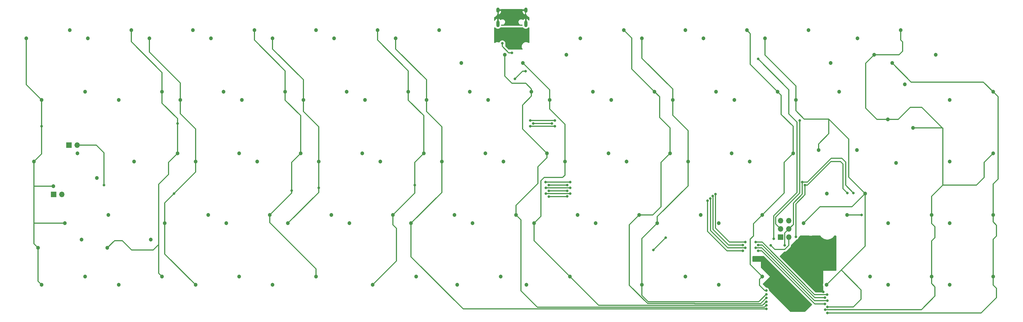
<source format=gbr>
%TF.GenerationSoftware,KiCad,Pcbnew,(5.99.0-11177-g6c67dfa032)*%
%TF.CreationDate,2021-09-16T00:40:46+03:00*%
%TF.ProjectId,Charon_32U4_Hotswap,43686172-6f6e-45f3-9332-55345f486f74,rev?*%
%TF.SameCoordinates,Original*%
%TF.FileFunction,Copper,L1,Top*%
%TF.FilePolarity,Positive*%
%FSLAX46Y46*%
G04 Gerber Fmt 4.6, Leading zero omitted, Abs format (unit mm)*
G04 Created by KiCad (PCBNEW (5.99.0-11177-g6c67dfa032)) date 2021-09-16 00:40:46*
%MOMM*%
%LPD*%
G01*
G04 APERTURE LIST*
%TA.AperFunction,ComponentPad*%
%ADD10C,1.200000*%
%TD*%
%TA.AperFunction,ComponentPad*%
%ADD11O,1.000000X2.100000*%
%TD*%
%TA.AperFunction,ComponentPad*%
%ADD12O,1.000000X1.600000*%
%TD*%
%TA.AperFunction,ComponentPad*%
%ADD13R,1.700000X1.700000*%
%TD*%
%TA.AperFunction,ComponentPad*%
%ADD14O,1.700000X1.700000*%
%TD*%
%TA.AperFunction,ViaPad*%
%ADD15C,0.800000*%
%TD*%
%TA.AperFunction,Conductor*%
%ADD16C,0.350000*%
%TD*%
%TA.AperFunction,Conductor*%
%ADD17C,0.300000*%
%TD*%
G04 APERTURE END LIST*
D10*
%TO.P,K70,1,1*%
%TO.N,Net-(K70-Pad1)*%
X337921250Y-132000625D03*
%TO.P,K70,2,2*%
%TO.N,/col14*%
X351371250Y-129460625D03*
%TD*%
D11*
%TO.P,J1,S1,SHIELD*%
%TO.N,Net-(FB1-Pad1)*%
X198086250Y-51270000D03*
D12*
X198086250Y-47090000D03*
D11*
X206726250Y-51270000D03*
D12*
X206726250Y-47090000D03*
%TD*%
D10*
%TO.P,K57,1,1*%
%TO.N,/col12*%
X292677500Y-112950625D03*
%TO.P,K57,2,2*%
%TO.N,Net-(K57-Pad2)*%
X306127500Y-110410625D03*
%TD*%
%TO.P,K58,1,1*%
%TO.N,Net-(K58-Pad1)*%
X318871250Y-112950625D03*
%TO.P,K58,2,2*%
%TO.N,/col13*%
X332321250Y-110410625D03*
%TD*%
%TO.P,K31,1,1*%
%TO.N,Net-(K31-Pad1)*%
X74035000Y-98980625D03*
%TO.P,K31,2,2*%
%TO.N,/col0*%
X60585000Y-101520625D03*
%TD*%
%TO.P,K43a1,1,1*%
%TO.N,Net-(K43-Pad2)*%
X299878750Y-103800625D03*
%TO.P,K43a1,2,2*%
%TO.N,/col12*%
X297338750Y-90350625D03*
%TD*%
%TO.P,K7,1,1*%
%TO.N,/col6*%
X166471250Y-55800625D03*
%TO.P,K7,2,2*%
%TO.N,Net-(K7-Pad2)*%
X179921250Y-53260625D03*
%TD*%
%TO.P,K49,1,1*%
%TO.N,/col4*%
X133133750Y-112950625D03*
%TO.P,K49,2,2*%
%TO.N,Net-(K49-Pad2)*%
X146583750Y-110410625D03*
%TD*%
%TO.P,K64a1,1,1*%
%TO.N,/col5*%
X185521250Y-132000625D03*
%TO.P,K64a1,2,2*%
%TO.N,Net-(K64-Pad2)*%
X198971250Y-129460625D03*
%TD*%
%TO.P,K34,1,1*%
%TO.N,Net-(K34-Pad1)*%
X123608750Y-93900625D03*
%TO.P,K34,2,2*%
%TO.N,/col3*%
X137058750Y-91360625D03*
%TD*%
%TO.P,K9,1,1*%
%TO.N,Net-(K9-Pad1)*%
X219291250Y-60880625D03*
%TO.P,K9,2,2*%
%TO.N,/col8*%
X205841250Y-63420625D03*
%TD*%
%TO.P,K33,1,1*%
%TO.N,/col2*%
X104558750Y-93900625D03*
%TO.P,K33,2,2*%
%TO.N,Net-(K33-Pad2)*%
X118008750Y-91360625D03*
%TD*%
%TO.P,K56,1,1*%
%TO.N,Net-(K56-Pad1)*%
X266483750Y-112950625D03*
%TO.P,K56,2,2*%
%TO.N,/col11*%
X279933750Y-110410625D03*
%TD*%
%TO.P,K54,1,1*%
%TO.N,Net-(K54-Pad1)*%
X228383750Y-112950625D03*
%TO.P,K54,2,2*%
%TO.N,/col9*%
X241833750Y-110410625D03*
%TD*%
%TO.P,K8,1,1*%
%TO.N,/col7*%
X200241250Y-60880625D03*
%TO.P,K8,2,2*%
%TO.N,Net-(K8-Pad2)*%
X186791250Y-63420625D03*
%TD*%
%TO.P,K24,1,1*%
%TO.N,/col8*%
X214096250Y-74850625D03*
%TO.P,K24,2,2*%
%TO.N,Net-(K24-Pad2)*%
X227546250Y-72310625D03*
%TD*%
%TO.P,K40,1,1*%
%TO.N,Net-(K40-Pad1)*%
X237908750Y-93900625D03*
%TO.P,K40,2,2*%
%TO.N,/col9*%
X251358750Y-91360625D03*
%TD*%
%TO.P,K11,1,1*%
%TO.N,/col10*%
X242671250Y-55800625D03*
%TO.P,K11,2,2*%
%TO.N,Net-(K11-Pad2)*%
X256121250Y-53260625D03*
%TD*%
%TO.P,K15,1,1*%
%TO.N,Net-(K15-Pad1)*%
X333591250Y-60880625D03*
%TO.P,K15,2,2*%
%TO.N,/col14*%
X320141250Y-63420625D03*
%TD*%
%TO.P,K52,1,1*%
%TO.N,Net-(K52-Pad1)*%
X190283750Y-112950625D03*
%TO.P,K52,2,2*%
%TO.N,/col7*%
X203733750Y-110410625D03*
%TD*%
%TO.P,K53,1,1*%
%TO.N,/col8*%
X209333750Y-112950625D03*
%TO.P,K53,2,2*%
%TO.N,Net-(K53-Pad2)*%
X222783750Y-110410625D03*
%TD*%
%TO.P,K10,1,1*%
%TO.N,Net-(K10-Pad1)*%
X223621250Y-55800625D03*
%TO.P,K10,2,2*%
%TO.N,/col9*%
X237071250Y-53260625D03*
%TD*%
%TO.P,K63,1,1*%
%TO.N,Net-(K63-Pad1)*%
X128371250Y-132000625D03*
%TO.P,K63,2,2*%
%TO.N,/col3*%
X141821250Y-129460625D03*
%TD*%
%TO.P,K27,1,1*%
%TO.N,Net-(K27-Pad1)*%
X271246250Y-74850625D03*
%TO.P,K27,2,2*%
%TO.N,/col11*%
X284696250Y-72310625D03*
%TD*%
%TO.P,K51,1,1*%
%TO.N,/col6*%
X171233750Y-112950625D03*
%TO.P,K51,2,2*%
%TO.N,Net-(K51-Pad2)*%
X184683750Y-110410625D03*
%TD*%
%TO.P,K5,1,1*%
%TO.N,/col4*%
X128371250Y-55800625D03*
%TO.P,K5,2,2*%
%TO.N,Net-(K5-Pad2)*%
X141821250Y-53260625D03*
%TD*%
%TO.P,K50,1,1*%
%TO.N,Net-(K50-Pad1)*%
X152183750Y-112950625D03*
%TO.P,K50,2,2*%
%TO.N,/col5*%
X165633750Y-110410625D03*
%TD*%
%TO.P,K41,1,1*%
%TO.N,/col10*%
X256958750Y-93900625D03*
%TO.P,K41,2,2*%
%TO.N,Net-(K41-Pad2)*%
X270408750Y-91360625D03*
%TD*%
%TO.P,K17,1,1*%
%TO.N,Net-(K17-Pad1)*%
X80746250Y-74850625D03*
%TO.P,K17,2,2*%
%TO.N,/col1*%
X94196250Y-72310625D03*
%TD*%
%TO.P,K38,1,1*%
%TO.N,Net-(K38-Pad1)*%
X199808750Y-93900625D03*
%TO.P,K38,2,2*%
%TO.N,/col7*%
X213258750Y-91360625D03*
%TD*%
%TO.P,K64,1,1*%
%TO.N,/col5*%
X159327500Y-132000625D03*
%TO.P,K64,2,2*%
%TO.N,Net-(K64-Pad2)*%
X172777500Y-129460625D03*
%TD*%
%TO.P,K19,1,1*%
%TO.N,Net-(K19-Pad1)*%
X118846250Y-74850625D03*
%TO.P,K19,2,2*%
%TO.N,/col3*%
X132296250Y-72310625D03*
%TD*%
%TO.P,K29a1,1,1*%
%TO.N,Net-(K29-Pad1)*%
X321310000Y-94275625D03*
%TO.P,K29a1,2,2*%
%TO.N,/col13*%
X318770000Y-80825625D03*
%TD*%
%TO.P,K3,1,1*%
%TO.N,/col2*%
X90271250Y-55800625D03*
%TO.P,K3,2,2*%
%TO.N,Net-(K3-Pad2)*%
X103721250Y-53260625D03*
%TD*%
%TO.P,K29,1,1*%
%TO.N,Net-(K29-Pad1)*%
X324008750Y-70030625D03*
%TO.P,K29,2,2*%
%TO.N,/col13*%
X326548750Y-83480625D03*
%TD*%
%TO.P,K4,1,1*%
%TO.N,Net-(K4-Pad1)*%
X109321250Y-55800625D03*
%TO.P,K4,2,2*%
%TO.N,/col3*%
X122771250Y-53260625D03*
%TD*%
%TO.P,K37,1,1*%
%TO.N,/col6*%
X180758750Y-93900625D03*
%TO.P,K37,2,2*%
%TO.N,Net-(K37-Pad2)*%
X194208750Y-91360625D03*
%TD*%
D13*
%TO.P,ISP1,1,Pin_1*%
%TO.N,/MISO*%
X285591250Y-117268625D03*
D14*
%TO.P,ISP1,2,Pin_2*%
%TO.N,+5V*%
X288131250Y-117268625D03*
%TO.P,ISP1,3,Pin_3*%
%TO.N,/SCL*%
X285591250Y-114728625D03*
%TO.P,ISP1,4,Pin_4*%
%TO.N,/MOSI*%
X288131250Y-114728625D03*
%TO.P,ISP1,5,Pin_5*%
%TO.N,/RES*%
X285591250Y-112188625D03*
%TO.P,ISP1,6,Pin_6*%
%TO.N,Earth*%
X288131250Y-112188625D03*
%TD*%
D10*
%TO.P,K23,1,1*%
%TO.N,Net-(K23-Pad1)*%
X195046250Y-74850625D03*
%TO.P,K23,2,2*%
%TO.N,/col7*%
X208496250Y-72310625D03*
%TD*%
%TO.P,K32,1,1*%
%TO.N,Net-(K32-Pad1)*%
X85508750Y-93900625D03*
%TO.P,K32,2,2*%
%TO.N,/col1*%
X98958750Y-91360625D03*
%TD*%
%TO.P,K26,1,1*%
%TO.N,/col10*%
X252196250Y-74850625D03*
%TO.P,K26,2,2*%
%TO.N,Net-(K26-Pad2)*%
X265646250Y-72310625D03*
%TD*%
%TO.P,K18,1,1*%
%TO.N,/col2*%
X99796250Y-74850625D03*
%TO.P,K18,2,2*%
%TO.N,Net-(K18-Pad2)*%
X113246250Y-72310625D03*
%TD*%
%TO.P,K22,1,1*%
%TO.N,/col6*%
X175996250Y-74850625D03*
%TO.P,K22,2,2*%
%TO.N,Net-(K22-Pad2)*%
X189446250Y-72310625D03*
%TD*%
%TO.P,K6,1,1*%
%TO.N,Net-(K6-Pad1)*%
X147421250Y-55800625D03*
%TO.P,K6,2,2*%
%TO.N,/col5*%
X160871250Y-53260625D03*
%TD*%
%TO.P,K42,1,1*%
%TO.N,Net-(K42-Pad1)*%
X276008750Y-93900625D03*
%TO.P,K42,2,2*%
%TO.N,/col11*%
X289458750Y-91360625D03*
%TD*%
%TO.P,K65,1,1*%
%TO.N,Net-(K65-Pad1)*%
X206952500Y-132000625D03*
%TO.P,K65,2,2*%
%TO.N,/col8*%
X220402500Y-129460625D03*
%TD*%
D13*
%TO.P,LED1,1,K*%
%TO.N,Earth*%
X60637500Y-104060625D03*
D14*
%TO.P,LED1,2,A*%
%TO.N,Net-(LED1-Pad2)*%
X63177500Y-104060625D03*
%TD*%
D10*
%TO.P,K30,1,1*%
%TO.N,Net-(K30-Pad1)*%
X337921250Y-74850625D03*
%TO.P,K30,2,2*%
%TO.N,/col14*%
X351371250Y-72310625D03*
%TD*%
%TO.P,K12,1,1*%
%TO.N,Net-(K12-Pad1)*%
X261721250Y-55800625D03*
%TO.P,K12,2,2*%
%TO.N,/col11*%
X275171250Y-53260625D03*
%TD*%
%TO.P,K20,1,1*%
%TO.N,/col4*%
X137896250Y-74850625D03*
%TO.P,K20,2,2*%
%TO.N,Net-(K20-Pad2)*%
X151346250Y-72310625D03*
%TD*%
%TO.P,K48,1,1*%
%TO.N,Net-(K48-Pad1)*%
X114083750Y-112950625D03*
%TO.P,K48,2,2*%
%TO.N,/col3*%
X127533750Y-110410625D03*
%TD*%
%TO.P,K69,1,1*%
%TO.N,Net-(K69-Pad1)*%
X318871250Y-132000625D03*
%TO.P,K69,2,2*%
%TO.N,/col13*%
X332321250Y-129460625D03*
%TD*%
%TO.P,K45,1,1*%
%TO.N,Net-(K45-Pad1)*%
X69272500Y-118030625D03*
%TO.P,K45,2,2*%
%TO.N,/col0*%
X55822500Y-120570625D03*
%TD*%
%TO.P,K13,1,1*%
%TO.N,/col12*%
X280771250Y-55800625D03*
%TO.P,K13,2,2*%
%TO.N,Net-(K13-Pad2)*%
X294221250Y-53260625D03*
%TD*%
%TO.P,K61,1,1*%
%TO.N,Net-(K61-Pad1)*%
X80746250Y-132000625D03*
%TO.P,K61,2,2*%
%TO.N,/col1*%
X94196250Y-129460625D03*
%TD*%
%TO.P,K43,1,1*%
%TO.N,/col12*%
X311785000Y-103800625D03*
%TO.P,K43,2,2*%
%TO.N,Net-(K43-Pad2)*%
X309245000Y-90350625D03*
%TD*%
%TO.P,K47,1,1*%
%TO.N,/col2*%
X95033750Y-112950625D03*
%TO.P,K47,2,2*%
%TO.N,Net-(K47-Pad2)*%
X108483750Y-110410625D03*
%TD*%
%TO.P,K28,1,1*%
%TO.N,/col12*%
X290296250Y-74850625D03*
%TO.P,K28,2,2*%
%TO.N,Net-(K28-Pad2)*%
X303746250Y-72310625D03*
%TD*%
%TO.P,K36,1,1*%
%TO.N,Net-(K36-Pad1)*%
X161708750Y-93900625D03*
%TO.P,K36,2,2*%
%TO.N,/col5*%
X175158750Y-91360625D03*
%TD*%
%TO.P,K39,1,1*%
%TO.N,/col8*%
X218858750Y-93900625D03*
%TO.P,K39,2,2*%
%TO.N,Net-(K39-Pad2)*%
X232308750Y-91360625D03*
%TD*%
%TO.P,K62,1,1*%
%TO.N,/col2*%
X104558750Y-132000625D03*
%TO.P,K62,2,2*%
%TO.N,Net-(K62-Pad2)*%
X118008750Y-129460625D03*
%TD*%
%TO.P,K59,1,1*%
%TO.N,Net-(K59-Pad1)*%
X337921250Y-112950625D03*
%TO.P,K59,2,2*%
%TO.N,/col14*%
X351371250Y-110410625D03*
%TD*%
%TO.P,K60,1,1*%
%TO.N,/col0*%
X56933750Y-132000625D03*
%TO.P,K60,2,2*%
%TO.N,Net-(K60-Pad2)*%
X70383750Y-129460625D03*
%TD*%
%TO.P,K67,1,1*%
%TO.N,Net-(K67-Pad1)*%
X266483750Y-132000625D03*
%TO.P,K67,2,2*%
%TO.N,/col11*%
X279933750Y-129460625D03*
%TD*%
%TO.P,K44,1,1*%
%TO.N,Net-(K44-Pad1)*%
X337921250Y-93900625D03*
%TO.P,K44,2,2*%
%TO.N,/col13*%
X351371250Y-91360625D03*
%TD*%
%TO.P,K1,1,1*%
%TO.N,/col0*%
X52171250Y-55800625D03*
%TO.P,K1,2,2*%
%TO.N,Net-(K1-Pad2)*%
X65621250Y-53260625D03*
%TD*%
%TO.P,K46,1,1*%
%TO.N,Net-(K46-Pad1)*%
X90703750Y-118030625D03*
%TO.P,K46,2,2*%
%TO.N,/col1*%
X77253750Y-120570625D03*
%TD*%
%TO.P,K55,1,1*%
%TO.N,/col10*%
X247433750Y-112950625D03*
%TO.P,K55,2,2*%
%TO.N,Net-(K55-Pad2)*%
X260883750Y-110410625D03*
%TD*%
%TO.P,K21,1,1*%
%TO.N,Net-(K21-Pad1)*%
X156946250Y-74850625D03*
%TO.P,K21,2,2*%
%TO.N,/col5*%
X170396250Y-72310625D03*
%TD*%
%TO.P,K68,1,1*%
%TO.N,/col12*%
X299821250Y-132000625D03*
%TO.P,K68,2,2*%
%TO.N,Net-(K68-Pad2)*%
X313271250Y-129460625D03*
%TD*%
%TO.P,K66,1,1*%
%TO.N,/col10*%
X242671250Y-132000625D03*
%TO.P,K66,2,2*%
%TO.N,Net-(K66-Pad2)*%
X256121250Y-129460625D03*
%TD*%
%TO.P,K16,1,1*%
%TO.N,/col0*%
X56933750Y-74850625D03*
%TO.P,K16,2,2*%
%TO.N,Net-(K16-Pad2)*%
X70383750Y-72310625D03*
%TD*%
D13*
%TO.P,LED1a1,1,K*%
%TO.N,Earth*%
X65400000Y-88820625D03*
D14*
%TO.P,LED1a1,2,A*%
%TO.N,Net-(LED1-Pad2)*%
X67940000Y-88820625D03*
%TD*%
D10*
%TO.P,K2,1,1*%
%TO.N,Net-(K2-Pad1)*%
X71221250Y-55800625D03*
%TO.P,K2,2,2*%
%TO.N,/col1*%
X84671250Y-53260625D03*
%TD*%
%TO.P,K45a1,1,1*%
%TO.N,/col0*%
X64077500Y-112950625D03*
%TO.P,K45a1,2,2*%
%TO.N,Net-(K45-Pad1)*%
X77527500Y-110410625D03*
%TD*%
%TO.P,K35,1,1*%
%TO.N,/col4*%
X142658750Y-93900625D03*
%TO.P,K35,2,2*%
%TO.N,Net-(K35-Pad2)*%
X156108750Y-91360625D03*
%TD*%
%TO.P,K31a1,1,1*%
%TO.N,/col0*%
X54552500Y-93900625D03*
%TO.P,K31a1,2,2*%
%TO.N,Net-(K31-Pad1)*%
X68002500Y-91360625D03*
%TD*%
%TO.P,K14,1,1*%
%TO.N,/col13*%
X314541250Y-60880625D03*
%TO.P,K14,2,2*%
%TO.N,Net-(K14-Pad2)*%
X301091250Y-63420625D03*
%TD*%
%TO.P,K14a1,1,1*%
%TO.N,Net-(K14-Pad2)*%
X309346250Y-55800625D03*
%TO.P,K14a1,2,2*%
%TO.N,/col13*%
X322796250Y-53260625D03*
%TD*%
%TO.P,K25,1,1*%
%TO.N,Net-(K25-Pad1)*%
X233146250Y-74850625D03*
%TO.P,K25,2,2*%
%TO.N,/col9*%
X246596250Y-72310625D03*
%TD*%
D15*
%TO.N,+5V*%
X282543250Y-119827375D03*
X202406250Y-60245625D03*
X199483900Y-57324625D03*
%TO.N,Earth*%
X296386250Y-120697625D03*
X290417250Y-136318625D03*
X301593250Y-119935625D03*
X290417250Y-123110625D03*
X285845250Y-129460625D03*
X219569972Y-104676903D03*
X197510400Y-55219600D03*
X296513250Y-123999625D03*
X278733250Y-123872625D03*
X298206250Y-128315625D03*
X292449250Y-124692771D03*
X289147250Y-132762625D03*
X301593250Y-121459625D03*
X282289250Y-128444625D03*
X289655250Y-126412625D03*
X290417250Y-119554625D03*
X301593250Y-118284625D03*
X205656250Y-55219600D03*
X213836250Y-104695625D03*
X301593250Y-122983625D03*
X298799250Y-134159625D03*
X292703250Y-129460625D03*
X301593250Y-124634625D03*
X282162250Y-132508625D03*
X201481750Y-58816875D03*
X296386250Y-118919625D03*
X280638250Y-127301625D03*
%TO.N,/MISO*%
X250031250Y-117395625D03*
X306228750Y-103584375D03*
X290290250Y-117141625D03*
X293109650Y-101203125D03*
X246221250Y-121205625D03*
%TO.N,/SCL*%
X208121250Y-81200625D03*
X291484050Y-81200625D03*
X215741250Y-81200625D03*
%TO.N,/MOSI*%
X212883750Y-100250625D03*
X220503750Y-100250625D03*
X286861250Y-119808625D03*
X292296850Y-100250625D03*
X308133750Y-103584375D03*
%TO.N,/col0*%
X56933750Y-82971925D03*
X208121250Y-82978625D03*
X215741250Y-82978625D03*
%TO.N,/col1*%
X214788750Y-82089625D03*
X98952050Y-82089625D03*
X209073750Y-82089625D03*
%TO.N,/col2*%
X273907250Y-121459625D03*
X220440250Y-103806625D03*
X262985250Y-105965625D03*
X97885250Y-103806625D03*
X299299504Y-137874375D03*
X278606250Y-121459625D03*
X212947250Y-103806625D03*
%TO.N,/col3*%
X134302500Y-102898575D03*
X274669250Y-120570625D03*
X219551250Y-102917625D03*
X263861750Y-105330625D03*
X213836250Y-102917625D03*
X277844250Y-120570625D03*
X300037500Y-136921875D03*
%TO.N,/col4*%
X220440250Y-102028625D03*
X273907250Y-119681625D03*
X264623750Y-104568625D03*
X142640050Y-102028625D03*
X278606250Y-119681625D03*
X212947250Y-102028625D03*
X299300802Y-135969375D03*
%TO.N,/col5*%
X299942250Y-135016875D03*
X274669250Y-118792625D03*
X213836250Y-101139625D03*
X172408850Y-101139625D03*
X265398250Y-103933625D03*
X277844250Y-118792625D03*
X219551250Y-101139625D03*
%TO.N,/col6*%
X281146250Y-139468225D03*
%TO.N,/col7*%
X281146250Y-138350625D03*
%TO.N,/col8*%
X281146250Y-137207625D03*
%TO.N,/col9*%
X281146250Y-136064625D03*
%TO.N,/col10*%
X281146250Y-134921625D03*
%TO.N,/col11*%
X281146250Y-133778625D03*
%TO.N,/col12*%
X300037500Y-138826875D03*
%TO.N,/col13*%
X299402818Y-139672707D03*
%TO.N,/col14*%
X300037500Y-140731875D03*
%TO.N,/row0*%
X203358750Y-68341875D03*
X278606250Y-62150625D03*
X206692500Y-65960625D03*
X283432250Y-117776625D03*
%TO.N,Net-(LED1-Pad2)*%
X76200000Y-101203125D03*
%TO.N,Net-(K57-Pad2)*%
X310673750Y-110410625D03*
%TD*%
D16*
%TO.N,+5V*%
X282543250Y-119827375D02*
X283794500Y-121078625D01*
X288131250Y-119808625D02*
X288131250Y-117268625D01*
X201453750Y-60245625D02*
X202406250Y-60245625D01*
X286861250Y-121078625D02*
X288131250Y-119808625D01*
X199483900Y-58275775D02*
X201453750Y-60245625D01*
X283794500Y-121078625D02*
X286861250Y-121078625D01*
X199483900Y-57324625D02*
X199483900Y-58275775D01*
%TO.N,Earth*%
X298799250Y-134159625D02*
X298206250Y-133566625D01*
X219569972Y-104676903D02*
X219551250Y-104695625D01*
X205079025Y-55219600D02*
X205656250Y-55219600D01*
X219551250Y-104695625D02*
X213836250Y-104695625D01*
X201481750Y-58816875D02*
X205079025Y-55219600D01*
X298206250Y-133566625D02*
X298206250Y-128315625D01*
X197510400Y-55219600D02*
X205656250Y-55219600D01*
D17*
%TO.N,/MISO*%
X293109650Y-104162225D02*
X290290250Y-106981625D01*
X304141730Y-93900625D02*
X304898271Y-94657166D01*
X301148750Y-93900625D02*
X304141730Y-93900625D01*
X293846250Y-101203125D02*
X301148750Y-93900625D01*
X304898271Y-102253896D02*
X306228750Y-103584375D01*
X304898271Y-94657166D02*
X304898271Y-102253896D01*
X290290250Y-106981625D02*
X290290250Y-117141625D01*
D16*
X250031250Y-117395625D02*
X246221250Y-121205625D01*
D17*
X293109650Y-101203125D02*
X293109650Y-104162225D01*
X293109650Y-101203125D02*
X293846250Y-101203125D01*
%TO.N,/SCL*%
X284067250Y-111045625D02*
X284067250Y-113204625D01*
X291484050Y-81200625D02*
X291484050Y-103628825D01*
X284067250Y-113204625D02*
X285591250Y-114728625D01*
X291484050Y-103628825D02*
X284067250Y-111045625D01*
D16*
X208121250Y-81200625D02*
X215741250Y-81200625D01*
D17*
%TO.N,/MOSI*%
X293846250Y-100250625D02*
X292296850Y-100250625D01*
X305752500Y-101203125D02*
X305752500Y-94059375D01*
X289528250Y-106727625D02*
X289528250Y-113331625D01*
X301212250Y-92884625D02*
X293846250Y-100250625D01*
X292296850Y-100250625D02*
X292296850Y-103959025D01*
X289528250Y-113331625D02*
X288131250Y-114728625D01*
X286861250Y-115998625D02*
X288131250Y-114728625D01*
X308133750Y-103584375D02*
X305752500Y-101203125D01*
D16*
X220503750Y-100250625D02*
X212883750Y-100250625D01*
D17*
X305752500Y-94059375D02*
X304577750Y-92884625D01*
X304577750Y-92884625D02*
X301212250Y-92884625D01*
X286861250Y-119808625D02*
X286861250Y-115998625D01*
X292296850Y-103959025D02*
X289528250Y-106727625D01*
%TO.N,/col0*%
X56933750Y-82971925D02*
X56933750Y-91519375D01*
X64077500Y-112950625D02*
X54610000Y-112950625D01*
X54552500Y-93900625D02*
X54552500Y-100510625D01*
X52171250Y-55800625D02*
X52171250Y-70088125D01*
X56933750Y-91519375D02*
X54552500Y-93900625D01*
X56933750Y-74850625D02*
X56933750Y-82971925D01*
X54552500Y-119300625D02*
X55822500Y-120570625D01*
X54552500Y-101520625D02*
X60585000Y-101520625D01*
X54610000Y-112950625D02*
X54552500Y-112893125D01*
X55822500Y-120570625D02*
X55822500Y-130889375D01*
D16*
X208121250Y-82978625D02*
X215741250Y-82978625D01*
D17*
X54552500Y-112893125D02*
X54552500Y-119300625D01*
X52171250Y-70088125D02*
X56933750Y-74850625D01*
X54552500Y-100510625D02*
X54552500Y-112893125D01*
X55822500Y-130889375D02*
X56933750Y-132000625D01*
X54552500Y-100510625D02*
X54552500Y-101520625D01*
%TO.N,/col1*%
X79476250Y-118348125D02*
X77253750Y-120570625D01*
X96202500Y-94116875D02*
X96202500Y-97869375D01*
X93136729Y-119508896D02*
X93136729Y-128401104D01*
X84671250Y-53260625D02*
X84671250Y-56810625D01*
D16*
X209073750Y-82089625D02*
X214788750Y-82089625D01*
D17*
X94196250Y-66335625D02*
X94196250Y-72310625D01*
X93136729Y-128401104D02*
X94196250Y-129460625D01*
X98958750Y-80623125D02*
X98958750Y-91360625D01*
X84743483Y-121205625D02*
X81885983Y-118348125D01*
X93136729Y-119508896D02*
X91440000Y-121205625D01*
X84671250Y-56810625D02*
X94196250Y-66335625D01*
X91440000Y-121205625D02*
X84743483Y-121205625D01*
X93136729Y-100935146D02*
X93136729Y-119508896D01*
X81885983Y-118348125D02*
X79476250Y-118348125D01*
X98958750Y-91360625D02*
X96202500Y-94116875D01*
X94196250Y-75860625D02*
X98958750Y-80623125D01*
X94196250Y-72310625D02*
X94196250Y-75860625D01*
X96202500Y-97869375D02*
X93136729Y-100935146D01*
%TO.N,/col2*%
X99796250Y-74850625D02*
X99796250Y-69554375D01*
X99796250Y-69554375D02*
X90271250Y-60029375D01*
X90271250Y-60029375D02*
X90271250Y-55800625D01*
D16*
X212947250Y-103806625D02*
X220440250Y-103806625D01*
X279749250Y-121459625D02*
X278606250Y-121459625D01*
X262985250Y-105965625D02*
X262985250Y-115490625D01*
D17*
X95033750Y-112950625D02*
X95033750Y-122475625D01*
X104558750Y-97133125D02*
X104558750Y-93900625D01*
X104558750Y-83841875D02*
X104558750Y-93900625D01*
X95033750Y-112950625D02*
X95033750Y-106658125D01*
X99796250Y-79079375D02*
X104558750Y-83841875D01*
D16*
X296164000Y-137874375D02*
X279749250Y-121459625D01*
X262985250Y-115490625D02*
X268954250Y-121459625D01*
D17*
X97885250Y-103806625D02*
X104558750Y-97133125D01*
D16*
X299299504Y-137874375D02*
X296164000Y-137874375D01*
D17*
X95033750Y-122475625D02*
X104558750Y-132000625D01*
X95033750Y-106658125D02*
X97885250Y-103806625D01*
D16*
X268954250Y-121459625D02*
X273907250Y-121459625D01*
D17*
X99796250Y-74850625D02*
X99796250Y-79079375D01*
%TO.N,/col3*%
X132296250Y-72310625D02*
X132296250Y-65859375D01*
D16*
X296100500Y-136921875D02*
X279749250Y-120570625D01*
D17*
X137058750Y-91360625D02*
X137058750Y-79670625D01*
X132296250Y-74908125D02*
X132296250Y-72310625D01*
X132296250Y-65859375D02*
X122771250Y-56334375D01*
X134302500Y-103641875D02*
X134302500Y-102898575D01*
D16*
X213836250Y-102917625D02*
X219551250Y-102917625D01*
X263874250Y-105343125D02*
X263874250Y-115236625D01*
X263861750Y-105330625D02*
X263874250Y-105343125D01*
X141821250Y-127041625D02*
X127533750Y-112754125D01*
D17*
X122771250Y-56334375D02*
X122771250Y-53260625D01*
D16*
X300037500Y-136921875D02*
X296100500Y-136921875D01*
D17*
X127533750Y-110410625D02*
X134302500Y-103641875D01*
D16*
X269208250Y-120570625D02*
X274669250Y-120570625D01*
D17*
X137058750Y-79670625D02*
X132296250Y-74908125D01*
X134302500Y-94116875D02*
X137058750Y-91360625D01*
X134302500Y-102898575D02*
X134302500Y-94116875D01*
D16*
X141821250Y-129460625D02*
X141821250Y-127041625D01*
X279749250Y-120570625D02*
X277844250Y-120570625D01*
X127533750Y-112754125D02*
X127533750Y-110410625D01*
X263874250Y-115236625D02*
X269208250Y-120570625D01*
D17*
%TO.N,/col4*%
X137896250Y-78393750D02*
X142658750Y-83156250D01*
D16*
X269462250Y-119681625D02*
X273907250Y-119681625D01*
D17*
X133133750Y-112950625D02*
X142658750Y-103425625D01*
D16*
X264636250Y-114855625D02*
X269462250Y-119681625D01*
X299300802Y-135969375D02*
X296164000Y-135969375D01*
X279876250Y-119681625D02*
X278606250Y-119681625D01*
D17*
X128371250Y-59076875D02*
X137896250Y-68601875D01*
D16*
X296164000Y-135969375D02*
X279876250Y-119681625D01*
D17*
X137896250Y-74850625D02*
X137896250Y-78393750D01*
X142658750Y-83156250D02*
X142658750Y-93900625D01*
X128371250Y-55800625D02*
X128371250Y-59076875D01*
D16*
X212947250Y-102028625D02*
X220440250Y-102028625D01*
X264636250Y-104581125D02*
X264636250Y-114855625D01*
D17*
X142658750Y-103425625D02*
X142658750Y-93900625D01*
D16*
X264623750Y-104568625D02*
X264636250Y-104581125D01*
D17*
X137896250Y-68601875D02*
X137896250Y-74850625D01*
D16*
%TO.N,/col5*%
X269716250Y-118792625D02*
X274669250Y-118792625D01*
X279876250Y-118792625D02*
X277844250Y-118792625D01*
X159327500Y-132000625D02*
X166687500Y-124640625D01*
X165633750Y-113484375D02*
X165633750Y-110410625D01*
D17*
X170396250Y-72310625D02*
X170396250Y-65859375D01*
D16*
X166687500Y-114538125D02*
X165633750Y-113484375D01*
X213836250Y-101139625D02*
X219551250Y-101139625D01*
D17*
X160871250Y-56334375D02*
X160871250Y-53260625D01*
X170396250Y-65859375D02*
X160871250Y-56334375D01*
D16*
X265398250Y-103933625D02*
X265398250Y-114474625D01*
X265398250Y-114474625D02*
X269716250Y-118792625D01*
D17*
X175158750Y-91360625D02*
X175158750Y-79670625D01*
X172402500Y-94116875D02*
X175158750Y-91360625D01*
X175158750Y-79670625D02*
X170396250Y-74908125D01*
D16*
X166687500Y-124640625D02*
X166687500Y-114538125D01*
X296100500Y-135016875D02*
X279876250Y-118792625D01*
D17*
X165633750Y-110410625D02*
X172402500Y-103641875D01*
X172402500Y-103641875D02*
X172402500Y-94116875D01*
D16*
X299942250Y-135016875D02*
X296100500Y-135016875D01*
D17*
X170396250Y-74908125D02*
X170396250Y-72310625D01*
D16*
%TO.N,/col6*%
X281146250Y-139468225D02*
X187331350Y-139468225D01*
D17*
X175996250Y-78393750D02*
X180758750Y-83156250D01*
X166471250Y-55800625D02*
X166471250Y-59076875D01*
D16*
X171233750Y-123370625D02*
X171233750Y-112950625D01*
D17*
X171233750Y-112950625D02*
X180758750Y-103425625D01*
X180758750Y-83156250D02*
X180758750Y-93900625D01*
X166471250Y-59076875D02*
X175996250Y-68601875D01*
X175996250Y-68601875D02*
X175996250Y-74850625D01*
X180758750Y-103425625D02*
X180758750Y-93900625D01*
X175996250Y-74850625D02*
X175996250Y-78393750D01*
D16*
X187331350Y-139468225D02*
X171233750Y-123370625D01*
D17*
%TO.N,/col7*%
X203733750Y-107394375D02*
X210502500Y-100625625D01*
X205740000Y-83841875D02*
X213258750Y-91360625D01*
X206724250Y-69643625D02*
X202406250Y-69643625D01*
X208496250Y-72310625D02*
X208496250Y-71415625D01*
X203733750Y-107394375D02*
X203733750Y-110410625D01*
X208496250Y-73681875D02*
X205740000Y-76438125D01*
X213258750Y-92731875D02*
X213258750Y-91360625D01*
X210502500Y-95488125D02*
X213258750Y-92731875D01*
X210502500Y-100625625D02*
X210502500Y-95488125D01*
D16*
X281146250Y-138350625D02*
X280587450Y-138909425D01*
X205263750Y-133842125D02*
X205263750Y-111940625D01*
D17*
X202406250Y-69643625D02*
X200241250Y-67478625D01*
D16*
X280587450Y-138909425D02*
X210331050Y-138909425D01*
X205263750Y-111940625D02*
X203733750Y-110410625D01*
D17*
X200241250Y-67478625D02*
X200241250Y-60880625D01*
X208496250Y-71415625D02*
X206724250Y-69643625D01*
D16*
X210331050Y-138909425D02*
X205263750Y-133842125D01*
D17*
X208496250Y-72310625D02*
X208496250Y-73681875D01*
X205740000Y-76438125D02*
X205740000Y-83841875D01*
D16*
%TO.N,/col8*%
X229292500Y-138350625D02*
X220402500Y-129460625D01*
D17*
X209333750Y-112950625D02*
X209333750Y-118391875D01*
X218858750Y-82413125D02*
X218858750Y-93900625D01*
X211455000Y-110829375D02*
X211455000Y-99774375D01*
X214096250Y-77650625D02*
X218858750Y-82413125D01*
X209333750Y-112950625D02*
X211455000Y-110829375D01*
X218122500Y-98821875D02*
X218858750Y-98085625D01*
X205841250Y-63420625D02*
X214096250Y-71675625D01*
X214096250Y-71675625D02*
X214096250Y-74850625D01*
X212407500Y-98821875D02*
X218122500Y-98821875D01*
X209333750Y-118391875D02*
X220402500Y-129460625D01*
D16*
X281146250Y-137207625D02*
X280003250Y-138350625D01*
D17*
X211455000Y-99774375D02*
X212407500Y-98821875D01*
D16*
X280003250Y-138350625D02*
X229292500Y-138350625D01*
D17*
X218858750Y-98085625D02*
X218858750Y-93900625D01*
X214096250Y-74850625D02*
X214096250Y-77650625D01*
D16*
%TO.N,/col9*%
X248126250Y-73840625D02*
X246596250Y-72310625D01*
X279419050Y-137791825D02*
X281146250Y-136064625D01*
X244418831Y-137782544D02*
X258962770Y-137782545D01*
X237071250Y-53260625D02*
X239553750Y-55743125D01*
X248602500Y-94116875D02*
X251358750Y-91360625D01*
X241833750Y-110410625D02*
X238804450Y-113439925D01*
X258972050Y-137791825D02*
X279419050Y-137791825D01*
X251358750Y-91360625D02*
X251358750Y-83480625D01*
X248126250Y-80248125D02*
X248126250Y-73840625D01*
X258962770Y-137782545D02*
X258972050Y-137791825D01*
X251358750Y-83480625D02*
X248126250Y-80248125D01*
X239553750Y-55743125D02*
X239553750Y-65268125D01*
X248602500Y-107870625D02*
X248602500Y-94116875D01*
X239553750Y-65268125D02*
X246596250Y-72310625D01*
X238804450Y-132168163D02*
X244418831Y-137782544D01*
X238804450Y-113439925D02*
X238804450Y-132168163D01*
X246062500Y-110410625D02*
X248602500Y-107870625D01*
X241833750Y-110410625D02*
X246062500Y-110410625D01*
%TO.N,/col10*%
X252196250Y-71459375D02*
X242671250Y-61934375D01*
X242671250Y-135257825D02*
X242671250Y-132000625D01*
X252196250Y-74850625D02*
X252196250Y-71459375D01*
X247433750Y-112950625D02*
X247433750Y-110944375D01*
X242671250Y-61934375D02*
X242671250Y-55800625D01*
X281146250Y-134921625D02*
X278834850Y-137233025D01*
X247433750Y-110944375D02*
X256958750Y-101419375D01*
X256958750Y-93900625D02*
X256958750Y-84318125D01*
X252196250Y-79555625D02*
X252196250Y-74850625D01*
X256958750Y-84318125D02*
X252196250Y-79555625D01*
X244646450Y-137233025D02*
X242671250Y-135257825D01*
X256958750Y-101419375D02*
X256958750Y-93900625D01*
X278834850Y-137233025D02*
X244646450Y-137233025D01*
X242671250Y-132000625D02*
X242671250Y-117713125D01*
X242671250Y-117713125D02*
X247433750Y-112950625D01*
%TO.N,/col11*%
X276225000Y-54314375D02*
X275171250Y-53260625D01*
X279082500Y-130311875D02*
X279933750Y-129460625D01*
X284696250Y-72310625D02*
X276225000Y-63839375D01*
X279933750Y-110410625D02*
X286702500Y-103641875D01*
X285750000Y-73364375D02*
X284696250Y-72310625D01*
X286702500Y-94116875D02*
X289458750Y-91360625D01*
X276225000Y-117871875D02*
X277177500Y-116919375D01*
X279082500Y-132159375D02*
X279082500Y-130311875D01*
X277177500Y-116919375D02*
X277177500Y-113109375D01*
X276225000Y-63839375D02*
X276225000Y-54314375D01*
X289458750Y-83004375D02*
X285750000Y-79295625D01*
X277177500Y-113109375D02*
X279876250Y-110410625D01*
X276225000Y-125751875D02*
X276225000Y-117871875D01*
X279933750Y-129460625D02*
X276225000Y-125751875D01*
X286702500Y-103641875D02*
X286702500Y-94116875D01*
X281146250Y-133778625D02*
X280701750Y-133778625D01*
X289458750Y-91360625D02*
X289458750Y-83004375D01*
X279876250Y-110410625D02*
X279933750Y-110410625D01*
X285750000Y-79295625D02*
X285750000Y-73364375D01*
X280701750Y-133778625D02*
X279082500Y-132159375D01*
%TO.N,/col12*%
X306705000Y-86915625D02*
X300513750Y-80724375D01*
X311785000Y-103800625D02*
X311785000Y-120036875D01*
X308133750Y-138826875D02*
X310515000Y-136445625D01*
X292677500Y-112950625D02*
X297757500Y-107870625D01*
X306705000Y-98720625D02*
X306705000Y-86915625D01*
X292893750Y-80724375D02*
X290296250Y-78126875D01*
X307715000Y-107870625D02*
X311785000Y-103800625D01*
X303371250Y-128450625D02*
X299821250Y-132000625D01*
X311785000Y-120036875D02*
X303371250Y-128450625D01*
X290296250Y-70506875D02*
X290296250Y-74850625D01*
X280771250Y-60981875D02*
X290296250Y-70506875D01*
X300513750Y-80724375D02*
X300513750Y-85258125D01*
X297757500Y-107870625D02*
X307715000Y-107870625D01*
X300037500Y-138826875D02*
X308133750Y-138826875D01*
X297338750Y-88433125D02*
X297338750Y-90350625D01*
X300513750Y-80724375D02*
X292893750Y-80724375D01*
X300513750Y-85258125D02*
X297338750Y-88433125D01*
X280771250Y-55800625D02*
X280771250Y-60981875D01*
X311785000Y-103800625D02*
X306705000Y-98720625D01*
X310515000Y-133588125D02*
X304374375Y-127447500D01*
X310515000Y-136445625D02*
X310515000Y-133588125D01*
X304374375Y-127447500D02*
X303371250Y-128450625D01*
X290296250Y-78126875D02*
X290296250Y-74850625D01*
%TO.N,/col13*%
X322034250Y-80825625D02*
X325723250Y-77136625D01*
X314541250Y-60880625D02*
X322262500Y-60880625D01*
X333375000Y-132635625D02*
X332321250Y-131581875D01*
X314541250Y-60880625D02*
X311943750Y-63478125D01*
X332321250Y-113008125D02*
X332321250Y-110410625D01*
X323373750Y-59769375D02*
X323373750Y-56911875D01*
X348615000Y-94116875D02*
X351371250Y-91360625D01*
X335655000Y-83480625D02*
X326548750Y-83480625D01*
X335756250Y-83581875D02*
X335655000Y-83480625D01*
X311943750Y-63478125D02*
X311943750Y-77390625D01*
X322262500Y-60880625D02*
X323373750Y-59769375D01*
X332321250Y-131581875D02*
X332321250Y-129460625D01*
X315378750Y-80825625D02*
X318770000Y-80825625D01*
X325723250Y-77136625D02*
X329311000Y-77136625D01*
X299402818Y-139672707D02*
X329195418Y-139672707D01*
X318770000Y-80825625D02*
X322034250Y-80825625D01*
X332321250Y-129460625D02*
X332321250Y-118449375D01*
X329195418Y-139672707D02*
X333375000Y-135493125D01*
X333375000Y-117395625D02*
X333375000Y-114061875D01*
X332321250Y-110410625D02*
X332321250Y-104638125D01*
X311943750Y-77390625D02*
X315378750Y-80825625D01*
X335756250Y-101203125D02*
X335756250Y-83581875D01*
X323373750Y-56911875D02*
X322796250Y-56334375D01*
X335756250Y-101203125D02*
X346233750Y-101203125D01*
X348615000Y-98821875D02*
X348615000Y-94116875D01*
X333375000Y-114061875D02*
X332321250Y-113008125D01*
X333375000Y-135493125D02*
X333375000Y-132635625D01*
X329311000Y-77136625D02*
X335655000Y-83480625D01*
X346233750Y-101203125D02*
X348615000Y-98821875D01*
X322796250Y-56334375D02*
X322796250Y-53260625D01*
X332321250Y-118449375D02*
X333375000Y-117395625D01*
X332321250Y-104638125D02*
X335756250Y-101203125D01*
%TO.N,/col14*%
X352901250Y-99298125D02*
X352901250Y-73840625D01*
X348355000Y-69294375D02*
X351371250Y-72310625D01*
X352425000Y-116919375D02*
X352425000Y-113585625D01*
X352901250Y-73840625D02*
X351371250Y-72310625D01*
X300037500Y-140731875D02*
X347662500Y-140731875D01*
X351371250Y-112531875D02*
X351371250Y-110410625D01*
X351371250Y-129460625D02*
X351371250Y-117973125D01*
X351371250Y-117973125D02*
X352425000Y-116919375D01*
X352425000Y-135969375D02*
X352425000Y-133111875D01*
X347662500Y-140731875D02*
X352425000Y-135969375D01*
X352425000Y-133111875D02*
X351371250Y-132058125D01*
X326015000Y-69294375D02*
X348355000Y-69294375D01*
X351371250Y-110410625D02*
X351371250Y-100828125D01*
X351371250Y-132058125D02*
X351371250Y-129460625D01*
X320141250Y-63420625D02*
X326015000Y-69294375D01*
X351371250Y-100828125D02*
X352901250Y-99298125D01*
X352425000Y-113585625D02*
X351371250Y-112531875D01*
%TO.N,/row0*%
X288131250Y-71675625D02*
X278606250Y-62150625D01*
X206692500Y-65960625D02*
X205740000Y-65960625D01*
X290671250Y-81708625D02*
X288131250Y-79168625D01*
X205740000Y-65960625D02*
X203358750Y-68341875D01*
X283432250Y-110664625D02*
X290671250Y-103425625D01*
X288131250Y-79168625D02*
X288131250Y-71675625D01*
X283432250Y-117776625D02*
X283432250Y-110664625D01*
X290671250Y-103425625D02*
X290671250Y-81708625D01*
D17*
%TO.N,Net-(LED1-Pad2)*%
X76200000Y-101203125D02*
X76200000Y-91201875D01*
X76200000Y-91201875D02*
X73818750Y-88820625D01*
X73818750Y-88820625D02*
X67940000Y-88820625D01*
D16*
%TO.N,Net-(K57-Pad2)*%
X306127500Y-110410625D02*
X310673750Y-110410625D01*
%TD*%
%TA.AperFunction,Conductor*%
%TO.N,Earth*%
G36*
X197242842Y-52391627D02*
G01*
X197272364Y-52417989D01*
X197363205Y-52529372D01*
X197363208Y-52529375D01*
X197367100Y-52534147D01*
X197371847Y-52538074D01*
X197371849Y-52538076D01*
X197514759Y-52656302D01*
X197514764Y-52656305D01*
X197519508Y-52660230D01*
X197524927Y-52663160D01*
X197524930Y-52663162D01*
X197688085Y-52751379D01*
X197688089Y-52751381D01*
X197693503Y-52754308D01*
X197699383Y-52756128D01*
X197699385Y-52756129D01*
X197748933Y-52771467D01*
X197882458Y-52812800D01*
X197888576Y-52813443D01*
X197888581Y-52813444D01*
X198073045Y-52832831D01*
X198073047Y-52832831D01*
X198079174Y-52833475D01*
X198162024Y-52825935D01*
X198270022Y-52816107D01*
X198270025Y-52816106D01*
X198276161Y-52815548D01*
X198282067Y-52813810D01*
X198282071Y-52813809D01*
X198460005Y-52761440D01*
X198460004Y-52761440D01*
X198465914Y-52759701D01*
X198641205Y-52668061D01*
X198795359Y-52544118D01*
X198807733Y-52529372D01*
X198902331Y-52416634D01*
X198961441Y-52377307D01*
X198998853Y-52371625D01*
X205814721Y-52371625D01*
X205882842Y-52391627D01*
X205912364Y-52417989D01*
X206003205Y-52529372D01*
X206003208Y-52529375D01*
X206007100Y-52534147D01*
X206011847Y-52538074D01*
X206011849Y-52538076D01*
X206154759Y-52656302D01*
X206154764Y-52656305D01*
X206159508Y-52660230D01*
X206164927Y-52663160D01*
X206164930Y-52663162D01*
X206328085Y-52751379D01*
X206328089Y-52751381D01*
X206333503Y-52754308D01*
X206339383Y-52756128D01*
X206339385Y-52756129D01*
X206388933Y-52771467D01*
X206522458Y-52812800D01*
X206528576Y-52813443D01*
X206528581Y-52813444D01*
X206713045Y-52832831D01*
X206713047Y-52832831D01*
X206719174Y-52833475D01*
X206802024Y-52825935D01*
X206910022Y-52816107D01*
X206910025Y-52816106D01*
X206916161Y-52815548D01*
X206922067Y-52813810D01*
X206922071Y-52813809D01*
X207100005Y-52761440D01*
X207100004Y-52761440D01*
X207105914Y-52759701D01*
X207281205Y-52668061D01*
X207435359Y-52544118D01*
X207447733Y-52529372D01*
X207542331Y-52416634D01*
X207601441Y-52377307D01*
X207638853Y-52371625D01*
X207705250Y-52371625D01*
X207773371Y-52391627D01*
X207819864Y-52445283D01*
X207831250Y-52497625D01*
X207831250Y-57085716D01*
X207811248Y-57153837D01*
X207757592Y-57200330D01*
X207728075Y-57209631D01*
X207686528Y-57217284D01*
X207615911Y-57209953D01*
X207602810Y-57203678D01*
X207596745Y-57200330D01*
X207410039Y-57097263D01*
X207405170Y-57095539D01*
X207405166Y-57095537D01*
X207204337Y-57024420D01*
X207204333Y-57024419D01*
X207199462Y-57022694D01*
X207194369Y-57021787D01*
X207194366Y-57021786D01*
X206984623Y-56984425D01*
X206984617Y-56984424D01*
X206979534Y-56983519D01*
X206905702Y-56982617D01*
X206761331Y-56980853D01*
X206761329Y-56980853D01*
X206756161Y-56980790D01*
X206535341Y-57014580D01*
X206323006Y-57083982D01*
X206124857Y-57187132D01*
X206120724Y-57190235D01*
X206120721Y-57190237D01*
X206094891Y-57209631D01*
X205946215Y-57321260D01*
X205942643Y-57324998D01*
X205802397Y-57471757D01*
X205791879Y-57482763D01*
X205665993Y-57667305D01*
X205571938Y-57869930D01*
X205512239Y-58085195D01*
X205488501Y-58307320D01*
X205501360Y-58530340D01*
X205502497Y-58535386D01*
X205502498Y-58535392D01*
X205523525Y-58628694D01*
X205550472Y-58748264D01*
X205634516Y-58955241D01*
X205637215Y-58959645D01*
X205722483Y-59098790D01*
X205741021Y-59167324D01*
X205719565Y-59235000D01*
X205664925Y-59280333D01*
X205615050Y-59290625D01*
X201517555Y-59290625D01*
X201449434Y-59270623D01*
X201428460Y-59253720D01*
X200418155Y-58243415D01*
X200384129Y-58181103D01*
X200381250Y-58154320D01*
X200381250Y-57484927D01*
X200381940Y-57471757D01*
X200396714Y-57331190D01*
X200397404Y-57324625D01*
X200385318Y-57209631D01*
X200378132Y-57141260D01*
X200378132Y-57141258D01*
X200377442Y-57134697D01*
X200318427Y-56953069D01*
X200222940Y-56787681D01*
X200095153Y-56645759D01*
X199940652Y-56533507D01*
X199934624Y-56530823D01*
X199934622Y-56530822D01*
X199772219Y-56458516D01*
X199772218Y-56458516D01*
X199766188Y-56455831D01*
X199672788Y-56435978D01*
X199585844Y-56417497D01*
X199585839Y-56417497D01*
X199579387Y-56416125D01*
X199388413Y-56416125D01*
X199381961Y-56417497D01*
X199381956Y-56417497D01*
X199295012Y-56435978D01*
X199201612Y-56455831D01*
X199195582Y-56458516D01*
X199195581Y-56458516D01*
X199033178Y-56530822D01*
X199033176Y-56530823D01*
X199027148Y-56533507D01*
X198872647Y-56645759D01*
X198744860Y-56787681D01*
X198649373Y-56953069D01*
X198639500Y-56983456D01*
X198633979Y-57000447D01*
X198593904Y-57059052D01*
X198528507Y-57086688D01*
X198472086Y-57080282D01*
X198314337Y-57024420D01*
X198314333Y-57024419D01*
X198309462Y-57022694D01*
X198304369Y-57021787D01*
X198304366Y-57021786D01*
X198094623Y-56984425D01*
X198094617Y-56984424D01*
X198089534Y-56983519D01*
X198015702Y-56982617D01*
X197871331Y-56980853D01*
X197871329Y-56980853D01*
X197866161Y-56980790D01*
X197645341Y-57014580D01*
X197433006Y-57083982D01*
X197335584Y-57134697D01*
X197255496Y-57176388D01*
X197197316Y-57190625D01*
X197107250Y-57190625D01*
X197039129Y-57170623D01*
X196992636Y-57116967D01*
X196981250Y-57064625D01*
X196981250Y-52497625D01*
X197001252Y-52429504D01*
X197054908Y-52383011D01*
X197107250Y-52371625D01*
X197174721Y-52371625D01*
X197242842Y-52391627D01*
G37*
%TD.AperFunction*%
%TD*%
%TA.AperFunction,Conductor*%
%TO.N,Net-(FB1-Pad1)*%
G36*
X205664372Y-46743627D02*
G01*
X205710865Y-46797283D01*
X205717147Y-46814128D01*
X205722725Y-46833124D01*
X205724115Y-46834329D01*
X205731798Y-46836000D01*
X206672250Y-46836000D01*
X206740371Y-46856002D01*
X206786864Y-46909658D01*
X206798250Y-46962000D01*
X206798250Y-47762417D01*
X206796504Y-47783322D01*
X206793179Y-47803085D01*
X206793026Y-47815624D01*
X206792217Y-47815614D01*
X206791807Y-47817444D01*
X206793283Y-47817417D01*
X206795422Y-47934529D01*
X206832623Y-48169411D01*
X206906110Y-48395582D01*
X206908356Y-48399989D01*
X206908358Y-48399995D01*
X206948303Y-48478391D01*
X207014073Y-48607472D01*
X207153855Y-48799864D01*
X207322011Y-48968020D01*
X207514403Y-49107802D01*
X207518820Y-49110052D01*
X207518819Y-49110052D01*
X207721880Y-49213517D01*
X207721886Y-49213519D01*
X207726293Y-49215765D01*
X207731002Y-49217295D01*
X207744187Y-49221579D01*
X207802793Y-49261653D01*
X207830429Y-49327050D01*
X207831250Y-49341412D01*
X207831250Y-50145399D01*
X207811248Y-50213520D01*
X207757592Y-50260013D01*
X207687318Y-50270117D01*
X207622738Y-50240623D01*
X207593998Y-50204552D01*
X207572888Y-50164849D01*
X207566106Y-50154640D01*
X207448940Y-50010981D01*
X207440296Y-50002277D01*
X207297462Y-49884114D01*
X207287291Y-49877254D01*
X207124219Y-49789082D01*
X207112920Y-49784332D01*
X206997557Y-49748620D01*
X206983455Y-49748414D01*
X206980250Y-49755170D01*
X206980250Y-51398000D01*
X206960248Y-51466121D01*
X206906592Y-51512614D01*
X206854250Y-51524000D01*
X206598250Y-51524000D01*
X206530129Y-51503998D01*
X206483636Y-51450342D01*
X206472250Y-51398000D01*
X206472250Y-49761948D01*
X206468277Y-49748417D01*
X206460482Y-49747297D01*
X206352693Y-49779021D01*
X206341309Y-49783620D01*
X206177028Y-49869504D01*
X206166767Y-49876218D01*
X206022291Y-49992380D01*
X206013530Y-50000959D01*
X205969202Y-50053787D01*
X205910093Y-50093113D01*
X205839105Y-50094239D01*
X205798620Y-50074731D01*
X205798263Y-50074471D01*
X205715296Y-50014192D01*
X205709268Y-50011508D01*
X205709266Y-50011507D01*
X205561265Y-49945613D01*
X205561264Y-49945613D01*
X205555234Y-49942928D01*
X205469544Y-49924714D01*
X205390311Y-49907872D01*
X205390307Y-49907872D01*
X205383854Y-49906500D01*
X205208646Y-49906500D01*
X205202193Y-49907872D01*
X205202189Y-49907872D01*
X205122956Y-49924714D01*
X205037266Y-49942928D01*
X205031237Y-49945613D01*
X205031235Y-49945613D01*
X204883235Y-50011507D01*
X204883233Y-50011508D01*
X204877205Y-50014192D01*
X204871864Y-50018072D01*
X204871863Y-50018073D01*
X204761399Y-50098330D01*
X204735458Y-50117177D01*
X204731045Y-50122079D01*
X204731043Y-50122080D01*
X204627118Y-50237500D01*
X204618220Y-50247382D01*
X204614920Y-50253098D01*
X204614917Y-50253102D01*
X204605094Y-50270117D01*
X204530616Y-50399118D01*
X204476473Y-50565751D01*
X204458159Y-50740000D01*
X204476473Y-50914249D01*
X204530616Y-51080882D01*
X204533919Y-51086603D01*
X204614917Y-51226898D01*
X204614920Y-51226902D01*
X204618220Y-51232618D01*
X204735458Y-51362823D01*
X204877204Y-51465808D01*
X204883232Y-51468492D01*
X204883234Y-51468493D01*
X205026067Y-51532086D01*
X205037266Y-51537072D01*
X205122956Y-51555286D01*
X205202189Y-51572128D01*
X205202193Y-51572128D01*
X205208646Y-51573500D01*
X205383854Y-51573500D01*
X205390307Y-51572128D01*
X205390311Y-51572128D01*
X205475093Y-51554107D01*
X205555234Y-51537072D01*
X205555610Y-51536905D01*
X205624285Y-51534944D01*
X205685082Y-51571608D01*
X205716405Y-51635321D01*
X205718250Y-51656804D01*
X205718250Y-51764625D01*
X205698248Y-51832746D01*
X205644592Y-51879239D01*
X205592250Y-51890625D01*
X199220250Y-51890625D01*
X199152129Y-51870623D01*
X199105636Y-51816967D01*
X199094250Y-51764625D01*
X199094250Y-51656804D01*
X199114252Y-51588683D01*
X199167908Y-51542190D01*
X199238182Y-51532086D01*
X199254690Y-51535925D01*
X199257266Y-51537072D01*
X199337407Y-51554107D01*
X199422189Y-51572128D01*
X199422193Y-51572128D01*
X199428646Y-51573500D01*
X199603854Y-51573500D01*
X199610307Y-51572128D01*
X199610311Y-51572128D01*
X199689544Y-51555286D01*
X199775234Y-51537072D01*
X199786433Y-51532086D01*
X199929266Y-51468493D01*
X199929268Y-51468492D01*
X199935296Y-51465808D01*
X200077042Y-51362823D01*
X200194280Y-51232618D01*
X200197580Y-51226902D01*
X200197583Y-51226898D01*
X200278581Y-51086603D01*
X200281884Y-51080882D01*
X200336027Y-50914249D01*
X200354341Y-50740000D01*
X200336027Y-50565751D01*
X200281884Y-50399118D01*
X200207406Y-50270117D01*
X200197583Y-50253102D01*
X200197580Y-50253098D01*
X200194280Y-50247382D01*
X200185382Y-50237500D01*
X200081457Y-50122080D01*
X200081455Y-50122079D01*
X200077042Y-50117177D01*
X199935296Y-50014192D01*
X199929268Y-50011508D01*
X199929266Y-50011507D01*
X199781265Y-49945613D01*
X199781264Y-49945613D01*
X199775234Y-49942928D01*
X199689544Y-49924714D01*
X199610311Y-49907872D01*
X199610307Y-49907872D01*
X199603854Y-49906500D01*
X199428646Y-49906500D01*
X199422193Y-49907872D01*
X199422189Y-49907872D01*
X199342956Y-49924714D01*
X199257266Y-49942928D01*
X199251237Y-49945613D01*
X199251235Y-49945613D01*
X199103235Y-50011507D01*
X199103233Y-50011508D01*
X199097205Y-50014192D01*
X199091864Y-50018072D01*
X199091863Y-50018073D01*
X199014238Y-50074471D01*
X198947370Y-50098330D01*
X198878219Y-50082249D01*
X198842535Y-50052172D01*
X198808941Y-50010983D01*
X198800296Y-50002277D01*
X198657462Y-49884114D01*
X198647291Y-49877254D01*
X198484219Y-49789082D01*
X198472920Y-49784332D01*
X198357557Y-49748620D01*
X198343455Y-49748414D01*
X198340250Y-49755170D01*
X198340250Y-51398000D01*
X198320248Y-51466121D01*
X198266592Y-51512614D01*
X198214250Y-51524000D01*
X197958250Y-51524000D01*
X197890129Y-51503998D01*
X197843636Y-51450342D01*
X197832250Y-51398000D01*
X197832250Y-49761948D01*
X197828277Y-49748417D01*
X197820482Y-49747297D01*
X197712693Y-49779021D01*
X197701309Y-49783620D01*
X197537028Y-49869504D01*
X197526767Y-49876218D01*
X197382291Y-49992380D01*
X197373531Y-50000958D01*
X197254369Y-50142970D01*
X197247443Y-50153084D01*
X197167665Y-50298201D01*
X197117319Y-50348259D01*
X197047903Y-50363153D01*
X196981453Y-50338152D01*
X196939069Y-50281195D01*
X196931250Y-50237500D01*
X196931250Y-49357658D01*
X196951252Y-49289537D01*
X197004908Y-49243044D01*
X197018313Y-49237825D01*
X197081498Y-49217295D01*
X197086207Y-49215765D01*
X197090614Y-49213519D01*
X197090620Y-49213517D01*
X197293681Y-49110052D01*
X197293680Y-49110052D01*
X197298097Y-49107802D01*
X197490489Y-48968020D01*
X197658645Y-48799864D01*
X197798427Y-48607472D01*
X197864197Y-48478391D01*
X197904142Y-48399995D01*
X197904144Y-48399989D01*
X197906390Y-48395582D01*
X197979877Y-48169411D01*
X198017078Y-47934529D01*
X198018958Y-47831566D01*
X198019058Y-47829726D01*
X198019321Y-47828163D01*
X198019387Y-47822720D01*
X198019415Y-47820483D01*
X198019415Y-47820479D01*
X198019474Y-47815624D01*
X198015523Y-47788036D01*
X198014250Y-47770173D01*
X198014250Y-47357548D01*
X198340250Y-47357548D01*
X198340250Y-48348052D01*
X198344223Y-48361583D01*
X198352018Y-48362703D01*
X198459807Y-48330979D01*
X198471191Y-48326380D01*
X198635472Y-48240496D01*
X198645733Y-48233782D01*
X198790209Y-48117620D01*
X198798969Y-48109042D01*
X198918131Y-47967030D01*
X198925057Y-47956916D01*
X199014368Y-47794458D01*
X199019196Y-47783194D01*
X199075252Y-47606484D01*
X199077800Y-47594497D01*
X199093857Y-47451339D01*
X199094250Y-47444315D01*
X199094250Y-47362115D01*
X199092909Y-47357548D01*
X205718250Y-47357548D01*
X205718250Y-47437912D01*
X205718551Y-47444060D01*
X205731941Y-47580626D01*
X205734324Y-47592661D01*
X205787904Y-47770124D01*
X205792579Y-47781466D01*
X205879607Y-47945144D01*
X205886394Y-47955360D01*
X206003560Y-48099019D01*
X206012204Y-48107723D01*
X206155038Y-48225886D01*
X206165209Y-48232746D01*
X206328281Y-48320918D01*
X206339580Y-48325668D01*
X206454943Y-48361380D01*
X206469045Y-48361586D01*
X206472250Y-48354830D01*
X206472250Y-47362115D01*
X206467775Y-47346876D01*
X206466385Y-47345671D01*
X206458702Y-47344000D01*
X205736365Y-47344000D01*
X205721126Y-47348475D01*
X205719921Y-47349865D01*
X205718250Y-47357548D01*
X199092909Y-47357548D01*
X199089775Y-47346876D01*
X199088385Y-47345671D01*
X199080702Y-47344000D01*
X198358365Y-47344000D01*
X198343126Y-47348475D01*
X198341921Y-47349865D01*
X198340250Y-47357548D01*
X198014250Y-47357548D01*
X198014250Y-46962000D01*
X198034252Y-46893879D01*
X198087908Y-46847386D01*
X198140250Y-46836000D01*
X199076135Y-46836000D01*
X199091374Y-46831525D01*
X199092579Y-46830135D01*
X199094165Y-46822843D01*
X199128190Y-46760530D01*
X199190502Y-46726505D01*
X199217286Y-46723625D01*
X205596251Y-46723625D01*
X205664372Y-46743627D01*
G37*
%TD.AperFunction*%
%TD*%
%TA.AperFunction,Conductor*%
%TO.N,Earth*%
G36*
X280449566Y-123130627D02*
G01*
X280470540Y-123147530D01*
X295330803Y-138007793D01*
X295364829Y-138070105D01*
X295359764Y-138140920D01*
X295329797Y-138186978D01*
X293165855Y-140302833D01*
X293146896Y-140318083D01*
X293098748Y-140349671D01*
X293097358Y-140350583D01*
X293052476Y-140368879D01*
X293017572Y-140375719D01*
X292994338Y-140380273D01*
X292970105Y-140382625D01*
X288755213Y-140382625D01*
X288730632Y-140380204D01*
X288725504Y-140379184D01*
X288671714Y-140368484D01*
X288626294Y-140349671D01*
X288576343Y-140316295D01*
X288557250Y-140300625D01*
X282094183Y-133837558D01*
X282060157Y-133775246D01*
X282057968Y-133761633D01*
X282040482Y-133595260D01*
X282040482Y-133595258D01*
X282039792Y-133588697D01*
X281980777Y-133407069D01*
X281885290Y-133241681D01*
X281850093Y-133202590D01*
X281761925Y-133104670D01*
X281761924Y-133104669D01*
X281757503Y-133099759D01*
X281603002Y-132987507D01*
X281596974Y-132984823D01*
X281596972Y-132984822D01*
X281434569Y-132912516D01*
X281434568Y-132912516D01*
X281428538Y-132909831D01*
X281335137Y-132889978D01*
X281248194Y-132871497D01*
X281248189Y-132871497D01*
X281241737Y-132870125D01*
X281178940Y-132870125D01*
X281110819Y-132850123D01*
X281089845Y-132833220D01*
X280188804Y-131932179D01*
X280173134Y-131913086D01*
X280139758Y-131863135D01*
X280120944Y-131817714D01*
X280111693Y-131771206D01*
X280111693Y-131722044D01*
X280120944Y-131675536D01*
X280139758Y-131630115D01*
X280173134Y-131580164D01*
X280188804Y-131561071D01*
X282289250Y-129460625D01*
X279577250Y-126748625D01*
X279561580Y-126729532D01*
X279528204Y-126679581D01*
X279509390Y-126634160D01*
X279497671Y-126575243D01*
X279495250Y-126550662D01*
X279495250Y-124888625D01*
X277034500Y-124888625D01*
X276966379Y-124868623D01*
X276919886Y-124814967D01*
X276908500Y-124762625D01*
X276908500Y-123236625D01*
X276928502Y-123168504D01*
X276982158Y-123122011D01*
X277034500Y-123110625D01*
X280381445Y-123110625D01*
X280449566Y-123130627D01*
G37*
%TD.AperFunction*%
%TA.AperFunction,Conductor*%
G36*
X294496692Y-116768915D02*
G01*
X294577192Y-116799655D01*
X294582260Y-116800686D01*
X294582263Y-116800687D01*
X294689517Y-116822508D01*
X294796097Y-116844192D01*
X294801272Y-116844382D01*
X294801274Y-116844382D01*
X295014173Y-116852189D01*
X295014177Y-116852189D01*
X295019337Y-116852378D01*
X295024457Y-116851722D01*
X295024459Y-116851722D01*
X295235788Y-116824650D01*
X295235789Y-116824650D01*
X295240916Y-116823993D01*
X295245866Y-116822508D01*
X295434419Y-116765939D01*
X295470627Y-116760625D01*
X297803195Y-116760625D01*
X297871316Y-116780627D01*
X297909580Y-116819111D01*
X298000645Y-116962606D01*
X298004068Y-116968000D01*
X298205267Y-117211207D01*
X298208157Y-117213921D01*
X298208158Y-117213922D01*
X298230473Y-117234877D01*
X298435360Y-117427279D01*
X298690721Y-117612809D01*
X298694190Y-117614716D01*
X298694193Y-117614718D01*
X298850506Y-117700652D01*
X298967321Y-117764872D01*
X298970990Y-117766325D01*
X298970995Y-117766327D01*
X299128390Y-117828644D01*
X299260798Y-117881068D01*
X299566525Y-117959565D01*
X299879679Y-117999125D01*
X300195321Y-117999125D01*
X300508475Y-117959565D01*
X300814202Y-117881068D01*
X300946610Y-117828644D01*
X301104005Y-117766327D01*
X301104010Y-117766325D01*
X301107679Y-117764872D01*
X301224494Y-117700652D01*
X301380807Y-117614718D01*
X301380810Y-117614716D01*
X301384279Y-117612809D01*
X301639640Y-117427279D01*
X301844527Y-117234877D01*
X301866842Y-117213922D01*
X301866843Y-117213921D01*
X301869733Y-117211207D01*
X302070932Y-116968000D01*
X302074356Y-116962606D01*
X302165420Y-116819111D01*
X302218809Y-116772312D01*
X302271805Y-116760625D01*
X302600840Y-116760625D01*
X302625420Y-116763046D01*
X302639965Y-116765939D01*
X302684341Y-116774766D01*
X302729760Y-116793579D01*
X302736092Y-116797810D01*
X302769189Y-116819925D01*
X302803950Y-116854686D01*
X302830295Y-116894113D01*
X302849110Y-116939536D01*
X302860829Y-116998455D01*
X302863250Y-117023035D01*
X302863250Y-127420215D01*
X302860829Y-127444795D01*
X302849110Y-127503714D01*
X302830295Y-127549137D01*
X302803950Y-127588564D01*
X302769189Y-127623325D01*
X302749579Y-127636429D01*
X302729760Y-127649671D01*
X302684341Y-127668484D01*
X302649323Y-127675450D01*
X302625420Y-127680204D01*
X302600840Y-127682625D01*
X298799250Y-127682625D01*
X298799250Y-131535209D01*
X298791490Y-131574214D01*
X298792742Y-131574603D01*
X298732328Y-131769168D01*
X298708382Y-131971484D01*
X298721707Y-132174776D01*
X298771855Y-132372235D01*
X298787677Y-132406554D01*
X298799250Y-132459304D01*
X298799250Y-134207375D01*
X298779248Y-134275496D01*
X298725592Y-134321989D01*
X298673250Y-134333375D01*
X296435805Y-134333375D01*
X296367684Y-134313373D01*
X296346710Y-134296470D01*
X285325513Y-123275273D01*
X285291487Y-123212961D01*
X285296552Y-123142146D01*
X285321492Y-123110625D01*
X285337250Y-123110625D01*
X286648845Y-121799030D01*
X286711157Y-121765004D01*
X286737940Y-121762125D01*
X286833498Y-121762125D01*
X286842067Y-121762417D01*
X286889707Y-121765665D01*
X286889711Y-121765665D01*
X286897283Y-121766181D01*
X286904760Y-121764876D01*
X286904762Y-121764876D01*
X286942380Y-121758310D01*
X286957890Y-121755603D01*
X286964408Y-121754642D01*
X287025480Y-121747251D01*
X287032584Y-121744567D01*
X287037477Y-121743365D01*
X287047944Y-121740501D01*
X287052769Y-121739044D01*
X287060248Y-121737739D01*
X287067201Y-121734687D01*
X287067204Y-121734686D01*
X287116580Y-121713013D01*
X287122683Y-121710522D01*
X287173119Y-121691463D01*
X287173121Y-121691462D01*
X287180229Y-121688776D01*
X287186494Y-121684470D01*
X287190987Y-121682121D01*
X287200420Y-121676871D01*
X287204766Y-121674301D01*
X287211725Y-121671246D01*
X287218817Y-121665804D01*
X287260535Y-121633794D01*
X287265870Y-121629918D01*
X287310298Y-121599383D01*
X287310304Y-121599378D01*
X287316563Y-121595076D01*
X287356229Y-121550556D01*
X287361209Y-121545281D01*
X288594929Y-120311561D01*
X288601195Y-120305707D01*
X288637180Y-120274315D01*
X288642905Y-120269321D01*
X288678277Y-120218992D01*
X288682210Y-120213697D01*
X288715483Y-120171262D01*
X288720168Y-120165287D01*
X288723292Y-120158368D01*
X288725882Y-120154092D01*
X288731293Y-120144605D01*
X288733661Y-120140188D01*
X288738027Y-120133976D01*
X288760372Y-120076664D01*
X288762928Y-120070583D01*
X288779590Y-120033681D01*
X288788244Y-120014515D01*
X288789628Y-120007047D01*
X288791146Y-120002203D01*
X288794105Y-119991817D01*
X288795362Y-119986921D01*
X288798120Y-119979848D01*
X288806150Y-119918850D01*
X288807182Y-119912333D01*
X288817007Y-119859323D01*
X288818391Y-119851856D01*
X288814959Y-119792335D01*
X288814750Y-119785083D01*
X288814750Y-119685315D01*
X288834752Y-119617194D01*
X288851655Y-119596220D01*
X290374600Y-118073275D01*
X290437498Y-118039123D01*
X290475235Y-118031101D01*
X290572538Y-118010419D01*
X290597905Y-117999125D01*
X290740972Y-117935428D01*
X290740974Y-117935427D01*
X290747002Y-117932743D01*
X290759269Y-117923831D01*
X290890281Y-117828644D01*
X290901503Y-117820491D01*
X290946573Y-117770436D01*
X291024871Y-117683477D01*
X291024872Y-117683476D01*
X291029290Y-117678569D01*
X291105526Y-117546524D01*
X291121473Y-117518904D01*
X291121474Y-117518903D01*
X291124777Y-117513181D01*
X291183792Y-117331553D01*
X291187052Y-117300533D01*
X291214064Y-117234877D01*
X291223267Y-117224608D01*
X291605250Y-116842625D01*
X291624343Y-116826955D01*
X291630999Y-116822508D01*
X291674294Y-116793579D01*
X291719714Y-116774766D01*
X291778632Y-116763046D01*
X291803213Y-116760625D01*
X294451743Y-116760625D01*
X294496692Y-116768915D01*
G37*
%TD.AperFunction*%
%TD*%
M02*

</source>
